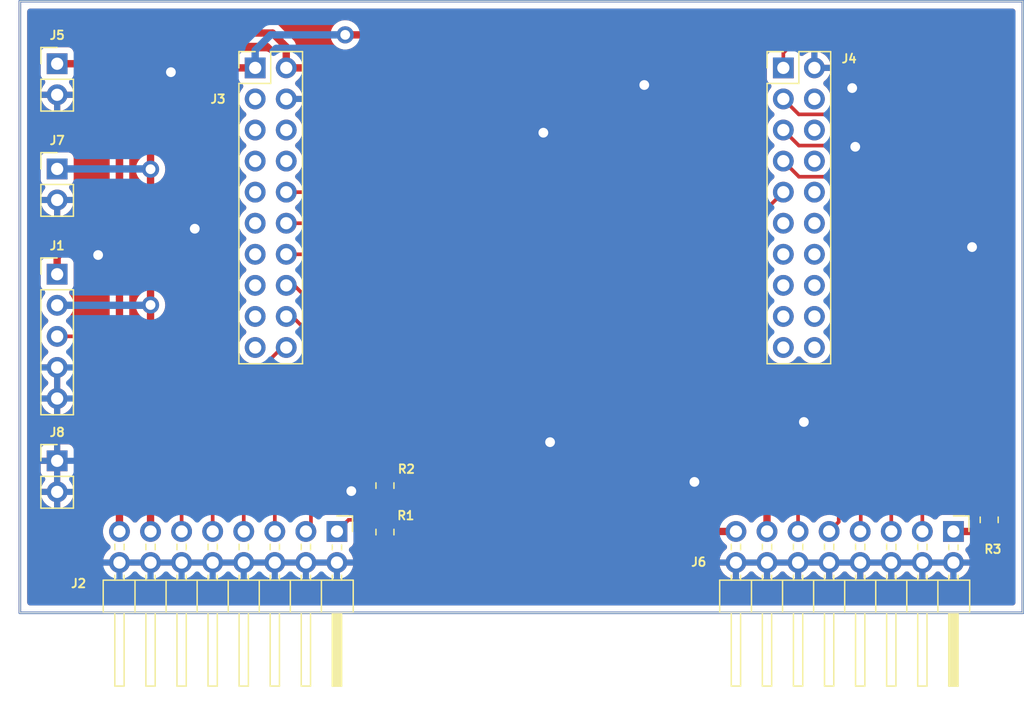
<source format=kicad_pcb>
(kicad_pcb (version 20211014) (generator pcbnew)
  (layers (0 "F.Cu" signal) (31 "B.Cu" signal) (34 "B.Paste" user) (35 "F.Paste" user) (36 "B.SilkS" user "B.Silkscreen") (37 "F.SilkS" user "F.Silkscreen") (38 "B.Mask" user) (39 "F.Mask" user) (44 "Edge.Cuts" user))
  (net 0 "")
  (net 1 "+5V")
  (net 2 "+3V3")
  (net 3 "/Io_sens")
  (net 4 "GND")
  (net 5 "/A0")
  (net 6 "/IL_sens")
  (net 7 "/Vout_buck_sens")
  (net 8 "/Vout_buck")
  (net 9 "/Vin_buck_sens")
  (net 10 "/Vin_sens")
  (net 17 "/IL_avg_sens")
  (net 23 "/PWM_H")
  (net 24 "/PWM_L")
  (net 26 "/Relay1_EN")
  (net 28 "/Relay2_EN")
  (net 30 "/FAULT_EN")
  (net 42 "Net-(J6-Pad1)")
  (footprint "Connector_PinHeader_2.54mm:PinHeader_2x08_P2.54mm_Horizontal" (layer "F.Cu") (at 113.475 67.15 -90)
    (fp_text reference "J6" (at 2.5 20.825 unlocked) (layer "F.SilkS") (effects (font (size 0.7 0.7))))
    (fp_text value "Conn_02x08_Odd_Even")
    (fp_line (start 1.042929 2.16) (end 1.497071 2.16) (layer "F.SilkS") (width 0.12))
    (fp_line (start 12.64 15.62) (end 6.64 15.62) (layer "F.SilkS") (width 0.12))
    (fp_line (start 6.64 0.04) (end 12.64 0.04) (layer "F.SilkS") (width 0.12))
    (fp_line (start 3.582929 15.62) (end 3.98 15.62) (layer "F.SilkS") (width 0.12))
    (fp_line (start 12.64 17.4) (end 12.64 18.16) (layer "F.SilkS") (width 0.12))
    (fp_line (start -1.27 0) (end -1.27 -1.27) (layer "F.SilkS") (width 0.12))
    (fp_line (start 3.98 -1.33) (end 3.98 19.11) (layer "F.SilkS") (width 0.12))
    (fp_line (start 6.64 12.32) (end 12.64 12.32) (layer "F.SilkS") (width 0.12))
    (fp_line (start 1.042929 14.86) (end 1.497071 14.86) (layer "F.SilkS") (width 0.12))
    (fp_line (start 1.042929 4.7) (end 1.497071 4.7) (layer "F.SilkS") (width 0.12))
    (fp_line (start 1.042929 18.16) (end 1.497071 18.16) (layer "F.SilkS") (width 0.12))
    (fp_line (start 12.64 -0.38) (end 12.64 0.38) (layer "F.SilkS") (width 0.12))
    (fp_line (start 6.64 0.16) (end 12.64 0.16) (layer "F.SilkS") (width 0.12))
    (fp_line (start 1.11 0.38) (end 1.497071 0.38) (layer "F.SilkS") (width 0.12))
    (fp_line (start 3.582929 4.7) (end 3.98 4.7) (layer "F.SilkS") (width 0.12))
    (fp_line (start 12.64 7.24) (end 12.64 8) (layer "F.SilkS") (width 0.12))
    (fp_line (start 12.64 10.54) (end 6.64 10.54) (layer "F.SilkS") (width 0.12))
    (fp_line (start 1.042929 13.08) (end 1.497071 13.08) (layer "F.SilkS") (width 0.12))
    (fp_line (start 12.64 18.16) (end 6.64 18.16) (layer "F.SilkS") (width 0.12))
    (fp_line (start 3.582929 10.54) (end 3.98 10.54) (layer "F.SilkS") (width 0.12))
    (fp_line (start 6.64 7.24) (end 12.64 7.24) (layer "F.SilkS") (width 0.12))
    (fp_line (start 12.64 14.86) (end 12.64 15.62) (layer "F.SilkS") (width 0.12))
    (fp_line (start 3.582929 0.38) (end 3.98 0.38) (layer "F.SilkS") (width 0.12))
    (fp_line (start 1.11 -0.38) (end 1.497071 -0.38) (layer "F.SilkS") (width 0.12))
    (fp_line (start 6.64 2.16) (end 12.64 2.16) (layer "F.SilkS") (width 0.12))
    (fp_line (start 6.64 14.86) (end 12.64 14.86) (layer "F.SilkS") (width 0.12))
    (fp_line (start 6.64 0.28) (end 12.64 0.28) (layer "F.SilkS") (width 0.12))
    (fp_line (start 3.582929 2.92) (end 3.98 2.92) (layer "F.SilkS") (width 0.12))
    (fp_line (start 1.042929 2.92) (end 1.497071 2.92) (layer "F.SilkS") (width 0.12))
    (fp_line (start 12.64 13.08) (end 6.64 13.08) (layer "F.SilkS") (width 0.12))
    (fp_line (start 6.64 -1.33) (end 3.98 -1.33) (layer "F.SilkS") (width 0.12))
    (fp_line (start 3.582929 2.16) (end 3.98 2.16) (layer "F.SilkS") (width 0.12))
    (fp_line (start 3.582929 17.4) (end 3.98 17.4) (layer "F.SilkS") (width 0.12))
    (fp_line (start 3.98 3.81) (end 6.64 3.81) (layer "F.SilkS") (width 0.12))
    (fp_line (start 1.042929 5.46) (end 1.497071 5.46) (layer "F.SilkS") (width 0.12))
    (fp_line (start 1.042929 9.78) (end 1.497071 9.78) (layer "F.SilkS") (width 0.12))
    (fp_line (start 3.582929 5.46) (end 3.98 5.46) (layer "F.SilkS") (width 0.12))
    (fp_line (start 12.64 12.32) (end 12.64 13.08) (layer "F.SilkS") (width 0.12))
    (fp_line (start 1.042929 15.62) (end 1.497071 15.62) (layer "F.SilkS") (width 0.12))
    (fp_line (start 12.64 2.92) (end 6.64 2.92) (layer "F.SilkS") (width 0.12))
    (fp_line (start 1.042929 10.54) (end 1.497071 10.54) (layer "F.SilkS") (width 0.12))
    (fp_line (start 3.98 6.35) (end 6.64 6.35) (layer "F.SilkS") (width 0.12))
    (fp_line (start 1.042929 7.24) (end 1.497071 7.24) (layer "F.SilkS") (width 0.12))
    (fp_line (start 3.582929 9.78) (end 3.98 9.78) (layer "F.SilkS") (width 0.12))
    (fp_line (start 3.582929 13.08) (end 3.98 13.08) (layer "F.SilkS") (width 0.12))
    (fp_line (start 3.582929 8) (end 3.98 8) (layer "F.SilkS") (width 0.12))
    (fp_line (start 12.64 8) (end 6.64 8) (layer "F.SilkS") (width 0.12))
    (fp_line (start 12.64 2.16) (end 12.64 2.92) (layer "F.SilkS") (width 0.12))
    (fp_line (start 3.582929 -0.38) (end 3.98 -0.38) (layer "F.SilkS") (width 0.12))
    (fp_line (start 3.98 11.43) (end 6.64 11.43) (layer "F.SilkS") (width 0.12))
    (fp_line (start 3.98 13.97) (end 6.64 13.97) (layer "F.SilkS") (width 0.12))
    (fp_line (start 3.98 1.27) (end 6.64 1.27) (layer "F.SilkS") (width 0.12))
    (fp_line (start 6.64 19.11) (end 6.64 -1.33) (layer "F.SilkS") (width 0.12))
    (fp_line (start 12.64 9.78) (end 12.64 10.54) (layer "F.SilkS") (width 0.12))
    (fp_line (start 6.64 -0.08) (end 12.64 -0.08) (layer "F.SilkS") (width 0.12))
    (fp_line (start 6.64 -0.38) (end 12.64 -0.38) (layer "F.SilkS") (width 0.12))
    (fp_line (start 6.64 17.4) (end 12.64 17.4) (layer "F.SilkS") (width 0.12))
    (fp_line (start 3.582929 14.86) (end 3.98 14.86) (layer "F.SilkS") (width 0.12))
    (fp_line (start -1.27 -1.27) (end 0 -1.27) (layer "F.SilkS") (width 0.12))
    (fp_line (start 12.64 5.46) (end 6.64 5.46) (layer "F.SilkS") (width 0.12))
    (fp_line (start 6.64 -0.2) (end 12.64 -0.2) (layer "F.SilkS") (width 0.12))
    (fp_line (start 1.042929 17.4) (end 1.497071 17.4) (layer "F.SilkS") (width 0.12))
    (fp_line (start 1.042929 12.32) (end 1.497071 12.32) (layer "F.SilkS") (width 0.12))
    (fp_line (start 3.98 19.11) (end 6.64 19.11) (layer "F.SilkS") (width 0.12))
    (fp_line (start 6.64 4.7) (end 12.64 4.7) (layer "F.SilkS") (width 0.12))
    (fp_line (start 3.582929 7.24) (end 3.98 7.24) (layer "F.SilkS") (width 0.12))
    (fp_line (start 12.64 0.38) (end 6.64 0.38) (layer "F.SilkS") (width 0.12))
    (fp_line (start 6.64 9.78) (end 12.64 9.78) (layer "F.SilkS") (width 0.12))
    (fp_line (start 6.64 -0.32) (end 12.64 -0.32) (layer "F.SilkS") (width 0.12))
    (fp_line (start 3.98 8.89) (end 6.64 8.89) (layer "F.SilkS") (width 0.12))
    (fp_line (start 3.582929 18.16) (end 3.98 18.16) (layer "F.SilkS") (width 0.12))
    (fp_line (start 3.582929 12.32) (end 3.98 12.32) (layer "F.SilkS") (width 0.12))
    (fp_line (start 1.042929 8) (end 1.497071 8) (layer "F.SilkS") (width 0.12))
    (fp_line (start 12.64 4.7) (end 12.64 5.46) (layer "F.SilkS") (width 0.12))
    (fp_line (start 3.98 16.51) (end 6.64 16.51) (layer "F.SilkS") (width 0.12))
    (pad "1" thru_hole rect (at 0 0 270) (size 1.7 1.7) (drill 1) (layers *.Cu *.Mask) (net 42 "Net-(J6-Pad1)"))
    (pad "2" thru_hole oval (at 2.54 0 270) (size 1.7 1.7) (drill 1) (layers *.Cu *.Mask) (net 4 "GND"))
    (pad "3" thru_hole oval (at 0 2.54 270) (size 1.7 1.7) (drill 1) (layers *.Cu *.Mask) (net 23 "/PWM_H"))
    (pad "4" thru_hole oval (at 2.54 2.54 270) (size 1.7 1.7) (drill 1) (layers *.Cu *.Mask) (net 4 "GND"))
    (pad "5" thru_hole oval (at 0 5.08 270) (size 1.7 1.7) (drill 1) (layers *.Cu *.Mask) (net 24 "/PWM_L"))
    (pad "6" thru_hole oval (at 2.54 5.08 270) (size 1.7 1.7) (drill 1) (layers *.Cu *.Mask) (net 4 "GND"))
    (pad "7" thru_hole oval (at 0 7.62 270) (size 1.7 1.7) (drill 1) (layers *.Cu *.Mask) (net 26 "/Relay1_EN"))
    (pad "8" thru_hole oval (at 2.54 7.62 270) (size 1.7 1.7) (drill 1) (layers *.Cu *.Mask) (net 4 "GND"))
    (pad "9" thru_hole oval (at 0 10.16 270) (size 1.7 1.7) (drill 1) (layers *.Cu *.Mask) (net 28 "/Relay2_EN"))
    (pad "10" thru_hole oval (at 2.54 10.16 270) (size 1.7 1.7) (drill 1) (layers *.Cu *.Mask) (net 4 "GND"))
    (pad "11" thru_hole oval (at 0 12.7 270) (size 1.7 1.7) (drill 1) (layers *.Cu *.Mask) (net 30 "/FAULT_EN"))
    (pad "12" thru_hole oval (at 2.54 12.7 270) (size 1.7 1.7) (drill 1) (layers *.Cu *.Mask) (net 4 "GND"))
    (pad "13" thru_hole oval (at 0 15.24 270) (size 1.7 1.7) (drill 1) (layers *.Cu *.Mask) (net 2 "+3V3"))
    (pad "14" thru_hole oval (at 2.54 15.24 270) (size 1.7 1.7) (drill 1) (layers *.Cu *.Mask) (net 4 "GND"))
    (pad "15" thru_hole oval (at 0 17.78 270) (size 1.7 1.7) (drill 1) (layers *.Cu *.Mask) (net 1 "+5V"))
    (pad "16" thru_hole oval (at 2.54 17.78 270) (size 1.7 1.7) (drill 1) (layers *.Cu *.Mask) (net 4 "GND"))
  )
  (footprint "Connector_PinHeader_2.54mm:PinHeader_1x05_P2.54mm_Vertical" (layer "F.Cu") (at 40.2 46.12)
    (fp_text reference "J1" (at 0 -2.33 unlocked) (layer "F.SilkS") (effects (font (size 0.7 0.7))))
    (fp_text value "Conn_01x05")
    (fp_line (start -1.33 11.49) (end 1.33 11.49) (layer "F.SilkS") (width 0.12))
    (fp_line (start -1.33 1.27) (end 1.33 1.27) (layer "F.SilkS") (width 0.12))
    (fp_line (start 1.33 1.27) (end 1.33 11.49) (layer "F.SilkS") (width 0.12))
    (fp_line (start -1.33 1.27) (end -1.33 11.49) (layer "F.SilkS") (width 0.12))
    (fp_line (start -1.33 0) (end -1.33 -1.33) (layer "F.SilkS") (width 0.12))
    (fp_line (start -1.33 -1.33) (end 0 -1.33) (layer "F.SilkS") (width 0.12))
    (pad "1" thru_hole rect (at 0 0) (size 1.7 1.7) (drill 1) (layers *.Cu *.Mask) (net 1 "+5V"))
    (pad "2" thru_hole oval (at 0 2.54) (size 1.7 1.7) (drill 1) (layers *.Cu *.Mask) (net 2 "+3V3"))
    (pad "3" thru_hole oval (at 0 5.08) (size 1.7 1.7) (drill 1) (layers *.Cu *.Mask) (net 3 "/Io_sens"))
    (pad "4" thru_hole oval (at 0 7.62) (size 1.7 1.7) (drill 1) (layers *.Cu *.Mask) (net 4 "GND"))
    (pad "5" thru_hole oval (at 0 10.16) (size 1.7 1.7) (drill 1) (layers *.Cu *.Mask) (net 4 "GND"))
  )
  (footprint "Connector_PinHeader_2.54mm:PinHeader_2x10_P2.54mm_Vertical" (layer "F.Cu") (at 99.57 29.25)
    (fp_text reference "J4" (at 5.38 -0.75 unlocked) (layer "F.SilkS") (effects (font (size 0.7 0.7))))
    (fp_text value "Conn_02x10_Odd_Even")
    (fp_line (start 3.87 -1.33) (end 3.87 24.19) (layer "F.SilkS") (width 0.12))
    (fp_line (start -1.33 1.27) (end 1.27 1.27) (layer "F.SilkS") (width 0.12))
    (fp_line (start 1.27 -1.33) (end 3.87 -1.33) (layer "F.SilkS") (width 0.12))
    (fp_line (start -1.33 0) (end -1.33 -1.33) (layer "F.SilkS") (width 0.12))
    (fp_line (start -1.33 -1.33) (end 0 -1.33) (layer "F.SilkS") (width 0.12))
    (fp_line (start -1.33 1.27) (end -1.33 24.19) (layer "F.SilkS") (width 0.12))
    (fp_line (start 1.27 1.27) (end 1.27 -1.33) (layer "F.SilkS") (width 0.12))
    (fp_line (start -1.33 24.19) (end 3.87 24.19) (layer "F.SilkS") (width 0.12))
    (pad "1" thru_hole rect (at 0 0) (size 1.7 1.7) (drill 1) (layers *.Cu *.Mask) (net 23 "/PWM_H"))
    (pad "2" thru_hole oval (at 2.54 0) (size 1.7 1.7) (drill 1) (layers *.Cu *.Mask) (net 4 "GND"))
    (pad "3" thru_hole oval (at 0 2.54) (size 1.7 1.7) (drill 1) (layers *.Cu *.Mask) (net 24 "/PWM_L"))
    (pad "4" thru_hole oval (at 2.54 2.54) (size 1.7 1.7) (drill 1) (layers *.Cu *.Mask))
    (pad "5" thru_hole oval (at 0 5.08) (size 1.7 1.7) (drill 1) (layers *.Cu *.Mask) (net 26 "/Relay1_EN"))
    (pad "6" thru_hole oval (at 2.54 5.08) (size 1.7 1.7) (drill 1) (layers *.Cu *.Mask))
    (pad "7" thru_hole oval (at 0 7.62) (size 1.7 1.7) (drill 1) (layers *.Cu *.Mask) (net 28 "/Relay2_EN"))
    (pad "8" thru_hole oval (at 2.54 7.62) (size 1.7 1.7) (drill 1) (layers *.Cu *.Mask))
    (pad "9" thru_hole oval (at 0 10.16) (size 1.7 1.7) (drill 1) (layers *.Cu *.Mask) (net 30 "/FAULT_EN"))
    (pad "10" thru_hole oval (at 2.54 10.16) (size 1.7 1.7) (drill 1) (layers *.Cu *.Mask))
    (pad "11" thru_hole oval (at 0 12.7) (size 1.7 1.7) (drill 1) (layers *.Cu *.Mask))
    (pad "12" thru_hole oval (at 2.54 12.7) (size 1.7 1.7) (drill 1) (layers *.Cu *.Mask))
    (pad "13" thru_hole oval (at 0 15.24) (size 1.7 1.7) (drill 1) (layers *.Cu *.Mask))
    (pad "14" thru_hole oval (at 2.54 15.24) (size 1.7 1.7) (drill 1) (layers *.Cu *.Mask))
    (pad "15" thru_hole oval (at 0 17.78) (size 1.7 1.7) (drill 1) (layers *.Cu *.Mask))
    (pad "16" thru_hole oval (at 2.54 17.78) (size 1.7 1.7) (drill 1) (layers *.Cu *.Mask))
    (pad "17" thru_hole oval (at 0 20.32) (size 1.7 1.7) (drill 1) (layers *.Cu *.Mask))
    (pad "18" thru_hole oval (at 2.54 20.32) (size 1.7 1.7) (drill 1) (layers *.Cu *.Mask))
    (pad "19" thru_hole oval (at 0 22.86) (size 1.7 1.7) (drill 1) (layers *.Cu *.Mask))
    (pad "20" thru_hole oval (at 2.54 22.86) (size 1.7 1.7) (drill 1) (layers *.Cu *.Mask))
  )
  (footprint "Resistor_SMD:R_0805_2012Metric_Pad1.20x1.40mm_HandSolder" (layer "F.Cu") (at 67 63.4 90)
    (fp_text reference "R2" (at 1.35 1.75 unlocked) (layer "F.SilkS") (effects (font (size 0.7 0.7))))
    (fp_text value "DNP")
    (fp_line (start -0.227064 0.735) (end 0.227064 0.735) (layer "F.SilkS") (width 0.12))
    (fp_line (start -0.227064 -0.735) (end 0.227064 -0.735) (layer "F.SilkS") (width 0.12))
    (pad "1" smd roundrect (at -1 0 90) (size 1.2 1.4) (layers "F.Cu" "F.Paste" "F.Mask") (roundrect_rratio 0.2083333333) (net 5 "/A0"))
    (pad "2" smd roundrect (at 1 0 90) (size 1.2 1.4) (layers "F.Cu" "F.Paste" "F.Mask") (roundrect_rratio 0.2083333333) (net 17 "/IL_avg_sens"))
  )
  (footprint "Connector_PinHeader_2.54mm:PinHeader_1x02_P2.54mm_Vertical" (layer "F.Cu") (at 40.2 61.375)
    (fp_text reference "J8" (at 0 -2.33 unlocked) (layer "F.SilkS") (effects (font (size 0.7 0.7))))
    (fp_text value "Conn_01x02")
    (fp_line (start -1.33 1.27) (end 1.33 1.27) (layer "F.SilkS") (width 0.12))
    (fp_line (start -1.33 1.27) (end -1.33 3.87) (layer "F.SilkS") (width 0.12))
    (fp_line (start 1.33 1.27) (end 1.33 3.87) (layer "F.SilkS") (width 0.12))
    (fp_line (start -1.33 3.87) (end 1.33 3.87) (layer "F.SilkS") (width 0.12))
    (fp_line (start -1.33 0) (end -1.33 -1.33) (layer "F.SilkS") (width 0.12))
    (fp_line (start -1.33 -1.33) (end 0 -1.33) (layer "F.SilkS") (width 0.12))
    (pad "1" thru_hole rect (at 0 0) (size 1.7 1.7) (drill 1) (layers *.Cu *.Mask) (net 4 "GND"))
    (pad "2" thru_hole oval (at 0 2.54) (size 1.7 1.7) (drill 1) (layers *.Cu *.Mask) (net 4 "GND"))
  )
  (footprint "Resistor_SMD:R_0805_2012Metric_Pad1.20x1.40mm_HandSolder" (layer "F.Cu") (at 116.4 66.2 -90)
    (fp_text reference "R3" (at 2.4 -0.3 unlocked) (layer "F.SilkS") (effects (font (size 0.7 0.7))))
    (fp_text value "DNP")
    (fp_line (start -0.227064 0.735) (end 0.227064 0.735) (layer "F.SilkS") (width 0.12))
    (fp_line (start -0.227064 -0.735) (end 0.227064 -0.735) (layer "F.SilkS") (width 0.12))
    (pad "1" smd roundrect (at -1 0 270) (size 1.2 1.4) (layers "F.Cu" "F.Paste" "F.Mask") (roundrect_rratio 0.2083333333) (net 4 "GND"))
    (pad "2" smd roundrect (at 1 0 270) (size 1.2 1.4) (layers "F.Cu" "F.Paste" "F.Mask") (roundrect_rratio 0.2083333333) (net 42 "Net-(J6-Pad1)"))
  )
  (footprint "Connector_PinHeader_2.54mm:PinHeader_1x02_P2.54mm_Vertical" (layer "F.Cu") (at 40.2 28.91)
    (fp_text reference "J5" (at 0 -2.33 unlocked) (layer "F.SilkS") (effects (font (size 0.7 0.7))))
    (fp_text value "Conn_01x02")
    (fp_line (start -1.33 0) (end -1.33 -1.33) (layer "F.SilkS") (width 0.12))
    (fp_line (start -1.33 1.27) (end -1.33 3.87) (layer "F.SilkS") (width 0.12))
    (fp_line (start -1.33 3.87) (end 1.33 3.87) (layer "F.SilkS") (width 0.12))
    (fp_line (start -1.33 -1.33) (end 0 -1.33) (layer "F.SilkS") (width 0.12))
    (fp_line (start -1.33 1.27) (end 1.33 1.27) (layer "F.SilkS") (width 0.12))
    (fp_line (start 1.33 1.27) (end 1.33 3.87) (layer "F.SilkS") (width 0.12))
    (pad "1" thru_hole rect (at 0 0) (size 1.7 1.7) (drill 1) (layers *.Cu *.Mask) (net 1 "+5V"))
    (pad "2" thru_hole oval (at 0 2.54) (size 1.7 1.7) (drill 1) (layers *.Cu *.Mask) (net 4 "GND"))
  )
  (footprint "Resistor_SMD:R_0805_2012Metric_Pad1.20x1.40mm_HandSolder" (layer "F.Cu") (at 67 67.2 -90)
    (fp_text reference "R1" (at -1.35 -1.7 unlocked) (layer "F.SilkS") (effects (font (size 0.7 0.7))))
    (fp_text value "0R")
    (fp_line (start -0.227064 -0.735) (end 0.227064 -0.735) (layer "F.SilkS") (width 0.12))
    (fp_line (start -0.227064 0.735) (end 0.227064 0.735) (layer "F.SilkS") (width 0.12))
    (pad "1" smd roundrect (at -1 0 270) (size 1.2 1.4) (layers "F.Cu" "F.Paste" "F.Mask") (roundrect_rratio 0.2083333333) (net 5 "/A0"))
    (pad "2" smd roundrect (at 1 0 270) (size 1.2 1.4) (layers "F.Cu" "F.Paste" "F.Mask") (roundrect_rratio 0.2083333333) (net 3 "/Io_sens"))
  )
  (footprint "Connector_PinHeader_2.54mm:PinHeader_1x02_P2.54mm_Vertical" (layer "F.Cu") (at 40.2 37.51)
    (fp_text reference "J7" (at 0 -2.33 unlocked) (layer "F.SilkS") (effects (font (size 0.7 0.7))))
    (fp_text value "Conn_01x02")
    (fp_line (start -1.33 0) (end -1.33 -1.33) (layer "F.SilkS") (width 0.12))
    (fp_line (start -1.33 3.87) (end 1.33 3.87) (layer "F.SilkS") (width 0.12))
    (fp_line (start -1.33 1.27) (end 1.33 1.27) (layer "F.SilkS") (width 0.12))
    (fp_line (start -1.33 1.27) (end -1.33 3.87) (layer "F.SilkS") (width 0.12))
    (fp_line (start -1.33 -1.33) (end 0 -1.33) (layer "F.SilkS") (width 0.12))
    (fp_line (start 1.33 1.27) (end 1.33 3.87) (layer "F.SilkS") (width 0.12))
    (pad "1" thru_hole rect (at 0 0) (size 1.7 1.7) (drill 1) (layers *.Cu *.Mask) (net 2 "+3V3"))
    (pad "2" thru_hole oval (at 0 2.54) (size 1.7 1.7) (drill 1) (layers *.Cu *.Mask) (net 4 "GND"))
  )
  (footprint "Connector_PinHeader_2.54mm:PinHeader_2x10_P2.54mm_Vertical" (layer "F.Cu") (at 56.39 29.25)
    (fp_text reference "J3" (at -3.04 2.55 unlocked) (layer "F.SilkS") (effects (font (size 0.7 0.7))))
    (fp_text value "Conn_02x10_Odd_Even")
    (fp_line (start -1.33 24.19) (end 3.87 24.19) (layer "F.SilkS") (width 0.12))
    (fp_line (start 3.87 -1.33) (end 3.87 24.19) (layer "F.SilkS") (width 0.12))
    (fp_line (start -1.33 -1.33) (end 0 -1.33) (layer "F.SilkS") (width 0.12))
    (fp_line (start -1.33 1.27) (end 1.27 1.27) (layer "F.SilkS") (width 0.12))
    (fp_line (start -1.33 0) (end -1.33 -1.33) (layer "F.SilkS") (width 0.12))
    (fp_line (start -1.33 1.27) (end -1.33 24.19) (layer "F.SilkS") (width 0.12))
    (fp_line (start 1.27 1.27) (end 1.27 -1.33) (layer "F.SilkS") (width 0.12))
    (fp_line (start 1.27 -1.33) (end 3.87 -1.33) (layer "F.SilkS") (width 0.12))
    (pad "1" thru_hole rect (at 0 0) (size 1.7 1.7) (drill 1) (layers *.Cu *.Mask) (net 2 "+3V3"))
    (pad "2" thru_hole oval (at 2.54 0) (size 1.7 1.7) (drill 1) (layers *.Cu *.Mask) (net 1 "+5V"))
    (pad "3" thru_hole oval (at 0 2.54) (size 1.7 1.7) (drill 1) (layers *.Cu *.Mask))
    (pad "4" thru_hole oval (at 2.54 2.54) (size 1.7 1.7) (drill 1) (layers *.Cu *.Mask) (net 4 "GND"))
    (pad "5" thru_hole oval (at 0 5.08) (size 1.7 1.7) (drill 1) (layers *.Cu *.Mask))
    (pad "6" thru_hole oval (at 2.54 5.08) (size 1.7 1.7) (drill 1) (layers *.Cu *.Mask))
    (pad "7" thru_hole oval (at 0 7.62) (size 1.7 1.7) (drill 1) (layers *.Cu *.Mask))
    (pad "8" thru_hole oval (at 2.54 7.62) (size 1.7 1.7) (drill 1) (layers *.Cu *.Mask))
    (pad "9" thru_hole oval (at 0 10.16) (size 1.7 1.7) (drill 1) (layers *.Cu *.Mask))
    (pad "10" thru_hole oval (at 2.54 10.16) (size 1.7 1.7) (drill 1) (layers *.Cu *.Mask) (net 17 "/IL_avg_sens"))
    (pad "11" thru_hole oval (at 0 12.7) (size 1.7 1.7) (drill 1) (layers *.Cu *.Mask))
    (pad "12" thru_hole oval (at 2.54 12.7) (size 1.7 1.7) (drill 1) (layers *.Cu *.Mask) (net 6 "/IL_sens"))
    (pad "13" thru_hole oval (at 0 15.24) (size 1.7 1.7) (drill 1) (layers *.Cu *.Mask))
    (pad "14" thru_hole oval (at 2.54 15.24) (size 1.7 1.7) (drill 1) (layers *.Cu *.Mask) (net 7 "/Vout_buck_sens"))
    (pad "15" thru_hole oval (at 0 17.78) (size 1.7 1.7) (drill 1) (layers *.Cu *.Mask))
    (pad "16" thru_hole oval (at 2.54 17.78) (size 1.7 1.7) (drill 1) (layers *.Cu *.Mask) (net 8 "/Vout_buck"))
    (pad "17" thru_hole oval (at 0 20.32) (size 1.7 1.7) (drill 1) (layers *.Cu *.Mask))
    (pad "18" thru_hole oval (at 2.54 20.32) (size 1.7 1.7) (drill 1) (layers *.Cu *.Mask) (net 9 "/Vin_buck_sens"))
    (pad "19" thru_hole oval (at 0 22.86) (size 1.7 1.7) (drill 1) (layers *.Cu *.Mask))
    (pad "20" thru_hole oval (at 2.54 22.86) (size 1.7 1.7) (drill 1) (layers *.Cu *.Mask) (net 10 "/Vin_sens"))
  )
  (footprint "Connector_PinHeader_2.54mm:PinHeader_2x08_P2.54mm_Horizontal" (layer "F.Cu") (at 63.075 67.15 -90)
    (fp_text reference "J2" (at 4.25 21.125 unlocked) (layer "F.SilkS") (effects (font (size 0.7 0.7))))
    (fp_text value "Conn_02x08_Odd_Even")
    (fp_line (start 6.64 14.86) (end 12.64 14.86) (layer "F.SilkS") (width 0.12))
    (fp_line (start 3.98 6.35) (end 6.64 6.35) (layer "F.SilkS") (width 0.12))
    (fp_line (start 3.582929 18.16) (end 3.98 18.16) (layer "F.SilkS") (width 0.12))
    (fp_line (start 6.64 -0.08) (end 12.64 -0.08) (layer "F.SilkS") (width 0.12))
    (fp_line (start 1.11 -0.38) (end 1.497071 -0.38) (layer "F.SilkS") (width 0.12))
    (fp_line (start 6.64 19.11) (end 6.64 -1.33) (layer "F.SilkS") (width 0.12))
    (fp_line (start 3.582929 17.4) (end 3.98 17.4) (layer "F.SilkS") (width 0.12))
    (fp_line (start 6.64 0.16) (end 12.64 0.16) (layer "F.SilkS") (width 0.12))
    (fp_line (start 3.582929 8) (end 3.98 8) (layer "F.SilkS") (width 0.12))
    (fp_line (start 6.64 9.78) (end 12.64 9.78) (layer "F.SilkS") (width 0.12))
    (fp_line (start 1.042929 15.62) (end 1.497071 15.62) (layer "F.SilkS") (width 0.12))
    (fp_line (start 3.98 1.27) (end 6.64 1.27) (layer "F.SilkS") (width 0.12))
    (fp_line (start 3.582929 10.54) (end 3.98 10.54) (layer "F.SilkS") (width 0.12))
    (fp_line (start 3.582929 12.32) (end 3.98 12.32) (layer "F.SilkS") (width 0.12))
    (fp_line (start 3.582929 2.16) (end 3.98 2.16) (layer "F.SilkS") (width 0.12))
    (fp_line (start 12.64 18.16) (end 6.64 18.16) (layer "F.SilkS") (width 0.12))
    (fp_line (start 12.64 13.08) (end 6.64 13.08) (layer "F.SilkS") (width 0.12))
    (fp_line (start 12.64 8) (end 6.64 8) (layer "F.SilkS") (width 0.12))
    (fp_line (start 12.64 5.46) (end 6.64 5.46) (layer "F.SilkS") (width 0.12))
    (fp_line (start 3.98 11.43) (end 6.64 11.43) (layer "F.SilkS") (width 0.12))
    (fp_line (start 6.64 -1.33) (end 3.98 -1.33) (layer "F.SilkS") (width 0.12))
    (fp_line (start 1.11 0.38) (end 1.497071 0.38) (layer "F.SilkS") (width 0.12))
    (fp_line (start 1.042929 8) (end 1.497071 8) (layer "F.SilkS") (width 0.12))
    (fp_line (start 3.582929 0.38) (end 3.98 0.38) (layer "F.SilkS") (width 0.12))
    (fp_line (start 1.042929 13.08) (end 1.497071 13.08) (layer "F.SilkS") (width 0.12))
    (fp_line (start 3.582929 13.08) (end 3.98 13.08) (layer "F.SilkS") (width 0.12))
    (fp_line (start 3.582929 15.62) (end 3.98 15.62) (layer "F.SilkS") (width 0.12))
    (fp_line (start 6.64 17.4) (end 12.64 17.4) (layer "F.SilkS") (width 0.12))
    (fp_line (start -1.27 0) (end -1.27 -1.27) (layer "F.SilkS") (width 0.12))
    (fp_line (start 12.64 -0.38) (end 12.64 0.38) (layer "F.SilkS") (width 0.12))
    (fp_line (start 3.582929 4.7) (end 3.98 4.7) (layer "F.SilkS") (width 0.12))
    (fp_line (start 12.64 12.32) (end 12.64 13.08) (layer "F.SilkS") (width 0.12))
    (fp_line (start 1.042929 12.32) (end 1.497071 12.32) (layer "F.SilkS") (width 0.12))
    (fp_line (start 1.042929 2.16) (end 1.497071 2.16) (layer "F.SilkS") (width 0.12))
    (fp_line (start 1.042929 9.78) (end 1.497071 9.78) (layer "F.SilkS") (width 0.12))
    (fp_line (start 12.64 0.38) (end 6.64 0.38) (layer "F.SilkS") (width 0.12))
    (fp_line (start 12.64 2.16) (end 12.64 2.92) (layer "F.SilkS") (width 0.12))
    (fp_line (start 6.64 -0.2) (end 12.64 -0.2) (layer "F.SilkS") (width 0.12))
    (fp_line (start -1.27 -1.27) (end 0 -1.27) (layer "F.SilkS") (width 0.12))
    (fp_line (start 1.042929 5.46) (end 1.497071 5.46) (layer "F.SilkS") (width 0.12))
    (fp_line (start 12.64 2.92) (end 6.64 2.92) (layer "F.SilkS") (width 0.12))
    (fp_line (start 3.98 8.89) (end 6.64 8.89) (layer "F.SilkS") (width 0.12))
    (fp_line (start 12.64 15.62) (end 6.64 15.62) (layer "F.SilkS") (width 0.12))
    (fp_line (start 6.64 2.16) (end 12.64 2.16) (layer "F.SilkS") (width 0.12))
    (fp_line (start 3.582929 14.86) (end 3.98 14.86) (layer "F.SilkS") (width 0.12))
    (fp_line (start 12.64 14.86) (end 12.64 15.62) (layer "F.SilkS") (width 0.12))
    (fp_line (start 3.582929 -0.38) (end 3.98 -0.38) (layer "F.SilkS") (width 0.12))
    (fp_line (start 12.64 4.7) (end 12.64 5.46) (layer "F.SilkS") (width 0.12))
    (fp_line (start 6.64 4.7) (end 12.64 4.7) (layer "F.SilkS") (width 0.12))
    (fp_line (start 12.64 7.24) (end 12.64 8) (layer "F.SilkS") (width 0.12))
    (fp_line (start 6.64 0.28) (end 12.64 0.28) (layer "F.SilkS") (width 0.12))
    (fp_line (start 6.64 0.04) (end 12.64 0.04) (layer "F.SilkS") (width 0.12))
    (fp_line (start 3.98 16.51) (end 6.64 16.51) (layer "F.SilkS") (width 0.12))
    (fp_line (start 12.64 9.78) (end 12.64 10.54) (layer "F.SilkS") (width 0.12))
    (fp_line (start 1.042929 14.86) (end 1.497071 14.86) (layer "F.SilkS") (width 0.12))
    (fp_line (start 3.98 -1.33) (end 3.98 19.11) (layer "F.SilkS") (width 0.12))
    (fp_line (start 3.582929 2.92) (end 3.98 2.92) (layer "F.SilkS") (width 0.12))
    (fp_line (start 1.042929 2.92) (end 1.497071 2.92) (layer "F.SilkS") (width 0.12))
    (fp_line (start 3.98 13.97) (end 6.64 13.97) (layer "F.SilkS") (width 0.12))
    (fp_line (start 12.64 17.4) (end 12.64 18.16) (layer "F.SilkS") (width 0.12))
    (fp_line (start 12.64 10.54) (end 6.64 10.54) (layer "F.SilkS") (width 0.12))
    (fp_line (start 3.582929 9.78) (end 3.98 9.78) (layer "F.SilkS") (width 0.12))
    (fp_line (start 1.042929 18.16) (end 1.497071 18.16) (layer "F.SilkS") (width 0.12))
    (fp_line (start 3.98 19.11) (end 6.64 19.11) (layer "F.SilkS") (width 0.12))
    (fp_line (start 1.042929 7.24) (end 1.497071 7.24) (layer "F.SilkS") (width 0.12))
    (fp_line (start 3.98 3.81) (end 6.64 3.81) (layer "F.SilkS") (width 0.12))
    (fp_line (start 6.64 -0.38) (end 12.64 -0.38) (layer "F.SilkS") (width 0.12))
    (fp_line (start 6.64 7.24) (end 12.64 7.24) (layer "F.SilkS") (width 0.12))
    (fp_line (start 3.582929 7.24) (end 3.98 7.24) (layer "F.SilkS") (width 0.12))
    (fp_line (start 3.582929 5.46) (end 3.98 5.46) (layer "F.SilkS") (width 0.12))
    (fp_line (start 6.64 12.32) (end 12.64 12.32) (layer "F.SilkS") (width 0.12))
    (fp_line (start 1.042929 4.7) (end 1.497071 4.7) (layer "F.SilkS") (width 0.12))
    (fp_line (start 1.042929 17.4) (end 1.497071 17.4) (layer "F.SilkS") (width 0.12))
    (fp_line (start 1.042929 10.54) (end 1.497071 10.54) (layer "F.SilkS") (width 0.12))
    (fp_line (start 6.64 -0.32) (end 12.64 -0.32) (layer "F.SilkS") (width 0.12))
    (pad "1" thru_hole rect (at 0 0 270) (size 1.7 1.7) (drill 1) (layers *.Cu *.Mask) (net 5 "/A0"))
    (pad "2" thru_hole oval (at 2.54 0 270) (size 1.7 1.7) (drill 1) (layers *.Cu *.Mask) (net 4 "GND"))
    (pad "3" thru_hole oval (at 0 2.54 270) (size 1.7 1.7) (drill 1) (layers *.Cu *.Mask) (net 6 "/IL_sens"))
    (pad "4" thru_hole oval (at 2.54 2.54 270) (size 1.7 1.7) (drill 1) (layers *.Cu *.Mask) (net 4 "GND"))
    (pad "5" thru_hole oval (at 0 5.08 270) (size 1.7 1.7) (drill 1) (layers *.Cu *.Mask) (net 7 "/Vout_buck_sens"))
    (pad "6" thru_hole oval (at 2.54 5.08 270) (size 1.7 1.7) (drill 1) (layers *.Cu *.Mask) (net 4 "GND"))
    (pad "7" thru_hole oval (at 0 7.62 270) (size 1.7 1.7) (drill 1) (layers *.Cu *.Mask) (net 8 "/Vout_buck"))
    (pad "8" thru_hole oval (at 2.54 7.62 270) (size 1.7 1.7) (drill 1) (layers *.Cu *.Mask) (net 4 "GND"))
    (pad "9" thru_hole oval (at 0 10.16 270) (size 1.7 1.7) (drill 1) (layers *.Cu *.Mask) (net 9 "/Vin_buck_sens"))
    (pad "10" thru_hole oval (at 2.54 10.16 270) (size 1.7 1.7) (drill 1) (layers *.Cu *.Mask) (net 4 "GND"))
    (pad "11" thru_hole oval (at 0 12.7 270) (size 1.7 1.7) (drill 1) (layers *.Cu *.Mask) (net 10 "/Vin_sens"))
    (pad "12" thru_hole oval (at 2.54 12.7 270) (size 1.7 1.7) (drill 1) (layers *.Cu *.Mask) (net 4 "GND"))
    (pad "13" thru_hole oval (at 0 15.24 270) (size 1.7 1.7) (drill 1) (layers *.Cu *.Mask) (net 2 "+3V3"))
    (pad "14" thru_hole oval (at 2.54 15.24 270) (size 1.7 1.7) (drill 1) (layers *.Cu *.Mask) (net 4 "GND"))
    (pad "15" thru_hole oval (at 0 17.78 270) (size 1.7 1.7) (drill 1) (layers *.Cu *.Mask) (net 1 "+5V"))
    (pad "16" thru_hole oval (at 2.54 17.78 270) (size 1.7 1.7) (drill 1) (layers *.Cu *.Mask) (net 4 "GND"))
  )
  (gr_line (start 37.15 23.8) (end 119.15 23.8) (layer "F.Cu") (width 0.2))
  (gr_line (start 119.15 73.8) (end 37.15 73.8) (layer "F.Cu") (width 0.2))
  (gr_line (start 119.15 23.8) (end 119.15 73.8) (layer "F.Cu") (width 0.2))
  (gr_line (start 37.15 73.8) (end 37.15 23.8) (layer "F.Cu") (width 0.2))
  (gr_line (start 37.15 23.8) (end 119.15 23.8) (layer "B.Cu") (width 0.2))
  (gr_line (start 119.15 73.8) (end 37.15 73.8) (layer "B.Cu") (width 0.2))
  (gr_line (start 37.15 73.8) (end 37.15 23.8) (layer "B.Cu") (width 0.2))
  (gr_line (start 119.15 23.8) (end 119.15 73.8) (layer "B.Cu") (width 0.2))
  (gr_rect (start 37.15 23.8) (end 119.15 73.8) (layer "Edge.Cuts") (width 0.1) (fill none))
  (segment (start 40.2 28.91) (end 47.54 28.91) (width 0.6) (layer "F.Cu") (net 1))
  (segment (start 49.05 27.4) (end 45.295 31.155) (width 0.6) (layer "F.Cu") (net 1))
  (segment (start 88.15 62.9) (end 92.4 67.15) (width 0.6) (layer "F.Cu") (net 1))
  (segment (start 40.2 44.7) (end 45.295 39.605) (width 0.6) (layer "F.Cu") (net 1))
  (segment (start 82.8 29.25) (end 88.15 34.6) (width 0.6) (layer "F.Cu") (net 1))
  (segment (start 57.8 26.4) (end 50.05 26.4) (width 0.6) (layer "F.Cu") (net 1))
  (segment (start 88.15 34.6) (end 88.15 62.9) (width 0.6) (layer "F.Cu") (net 1))
  (segment (start 58.93 29.25) (end 82.8 29.25) (width 0.6) (layer "F.Cu") (net 1))
  (segment (start 45.295 39.605) (end 45.295 33.705) (width 0.6) (layer "F.Cu") (net 1))
  (segment (start 47.54 28.91) (end 49.05 27.4) (width 0.6) (layer "F.Cu") (net 1))
  (segment (start 58.93 27.53) (end 57.8 26.4) (width 0.6) (layer "F.Cu") (net 1))
  (segment (start 58.93 29.25) (end 58.93 27.53) (width 0.6) (layer "F.Cu") (net 1))
  (segment (start 50.05 26.4) (end 49.05 27.4) (width 0.6) (layer "F.Cu") (net 1))
  (segment (start 45.295 33.705) (end 45.295 67.15) (width 0.6) (layer "F.Cu") (net 1))
  (segment (start 40.2 46.12) (end 40.2 44.7) (width 0.6) (layer "F.Cu") (net 1))
  (segment (start 92.4 67.15) (end 95.695 67.15) (width 0.6) (layer "F.Cu") (net 1))
  (segment (start 45.295 31.155) (end 45.295 33.705) (width 0.6) (layer "F.Cu") (net 1))
  (segment (start 47.835 48.635) (end 47.835 67.15) (width 0.6) (layer "F.Cu") (net 2))
  (segment (start 53.35 29.25) (end 47.835 34.765) (width 0.6) (layer "F.Cu") (net 2))
  (segment (start 63.75 26.55) (end 88.3 26.55) (width 0.6) (layer "F.Cu") (net 2))
  (segment (start 88.3 26.55) (end 93.6 31.85) (width 0.6) (layer "F.Cu") (net 2))
  (segment (start 93.6 31.85) (end 93.6 60.65) (width 0.6) (layer "F.Cu") (net 2))
  (segment (start 47.835 34.765) (end 47.835 37.535) (width 0.6) (layer "F.Cu") (net 2))
  (segment (start 56.39 29.25) (end 53.35 29.25) (width 0.6) (layer "F.Cu") (net 2))
  (segment (start 93.6 60.65) (end 98.235 65.285) (width 0.6) (layer "F.Cu") (net 2))
  (segment (start 47.835 37.535) (end 47.835 48.635) (width 0.6) (layer "F.Cu") (net 2))
  (segment (start 98.235 65.285) (end 98.235 67.15) (width 0.6) (layer "F.Cu") (net 2))
  (via (at 47.835 48.635) (size 1.4) (drill 0.8) (layers "F.Cu" "B.Cu") (net 2))
  (via (at 63.75 26.55) (size 1.4) (drill 0.8) (layers "F.Cu" "B.Cu") (net 2))
  (via (at 47.835 37.535) (size 1.4) (drill 0.8) (layers "F.Cu" "B.Cu") (net 2))
  (segment (start 47.81 37.51) (end 47.835 37.535) (width 0.6) (layer "B.Cu") (net 2))
  (segment (start 47.81 48.66) (end 47.835 48.635) (width 0.6) (layer "B.Cu") (net 2))
  (segment (start 40.2 37.51) (end 47.81 37.51) (width 0.6) (layer "B.Cu") (net 2))
  (segment (start 57.65 26.55) (end 56.39 27.81) (width 0.6) (layer "B.Cu") (net 2))
  (segment (start 56.39 27.81) (end 56.39 29.25) (width 0.6) (layer "B.Cu") (net 2))
  (segment (start 63.75 26.55) (end 57.65 26.55) (width 0.6) (layer "B.Cu") (net 2))
  (segment (start 40.2 48.66) (end 47.81 48.66) (width 0.6) (layer "B.Cu") (net 2))
  (segment (start 67 69.8) (end 65.4 71.4) (width 0.3) (layer "F.Cu") (net 3))
  (segment (start 65.4 71.4) (end 44 71.4) (width 0.3) (layer "F.Cu") (net 3))
  (segment (start 67 68.2) (end 67 69.8) (width 0.3) (layer "F.Cu") (net 3))
  (segment (start 42.6 52) (end 41.8 51.2) (width 0.3) (layer "F.Cu") (net 3))
  (segment (start 42.6 70) (end 42.6 52) (width 0.3) (layer "F.Cu") (net 3))
  (segment (start 44 71.4) (end 42.6 70) (width 0.3) (layer "F.Cu") (net 3))
  (segment (start 41.8 51.2) (end 40.2 51.2) (width 0.3) (layer "F.Cu") (net 3))
  (via (at 49.5 29.6) (size 1.4) (drill 0.8) (layers "F.Cu" "B.Cu") (net 4))
  (via (at 51.45 42.4) (size 1.4) (drill 0.8) (layers "F.Cu" "B.Cu") (net 4))
  (via (at 43.55 44.55) (size 1.4) (drill 0.8) (layers "F.Cu" "B.Cu") (net 4))
  (via (at 80.5 59.85) (size 1.4) (drill 0.8) (layers "F.Cu" "B.Cu") (net 4))
  (via (at 105.45 35.7) (size 1.4) (drill 0.8) (layers "F.Cu" "B.Cu") (net 4))
  (via (at 64.25 63.85) (size 1.4) (drill 0.8) (layers "F.Cu" "B.Cu") (net 4))
  (via (at 101.25 58.2) (size 1.4) (drill 0.8) (layers "F.Cu" "B.Cu") (net 4))
  (via (at 79.95 34.55) (size 1.4) (drill 0.8) (layers "F.Cu" "B.Cu") (net 4))
  (via (at 115 43.9) (size 1.4) (drill 0.8) (layers "F.Cu" "B.Cu") (net 4))
  (via (at 92.3 63.1) (size 1.4) (drill 0.8) (layers "F.Cu" "B.Cu") (net 4))
  (via (at 105.2 30.9) (size 1.4) (drill 0.8) (layers "F.Cu" "B.Cu") (net 4))
  (via (at 88.2 30.65) (size 1.4) (drill 0.8) (layers "F.Cu" "B.Cu") (net 4))
  (segment (start 63.075 67.15) (end 64.025 66.2) (width 0.3) (layer "F.Cu") (net 5))
  (segment (start 64.025 66.2) (end 67 66.2) (width 0.3) (layer "F.Cu") (net 5))
  (segment (start 67 64.8) (end 67 66.2) (width 0.3) (layer "F.Cu") (net 5))
  (segment (start 64.25 57.35) (end 60.95 60.65) (width 0.3) (layer "F.Cu") (net 6))
  (segment (start 60.7 41.95) (end 64.25 45.5) (width 0.3) (layer "F.Cu") (net 6))
  (segment (start 60.95 66.735) (end 60.535 67.15) (width 0.3) (layer "F.Cu") (net 6))
  (segment (start 60.95 60.65) (end 60.95 66.735) (width 0.3) (layer "F.Cu") (net 6))
  (segment (start 64.25 45.5) (end 64.25 57.35) (width 0.3) (layer "F.Cu") (net 6))
  (segment (start 58.93 41.95) (end 60.7 41.95) (width 0.3) (layer "F.Cu") (net 6))
  (segment (start 58.93 44.49) (end 60.49 44.49) (width 0.3) (layer "F.Cu") (net 7))
  (segment (start 57.995 61.205) (end 57.995 67.15) (width 0.3) (layer "F.Cu") (net 7))
  (segment (start 62.85 46.85) (end 62.85 56.35) (width 0.3) (layer "F.Cu") (net 7))
  (segment (start 62.85 56.35) (end 57.995 61.205) (width 0.3) (layer "F.Cu") (net 7))
  (segment (start 60.49 44.49) (end 62.85 46.85) (width 0.3) (layer "F.Cu") (net 7))
  (segment (start 61.65 54.75) (end 55.455 60.945) (width 0.3) (layer "F.Cu") (net 8))
  (segment (start 59.58 47.03) (end 61.65 49.1) (width 0.3) (layer "F.Cu") (net 8))
  (segment (start 55.455 60.945) (end 55.455 67.15) (width 0.3) (layer "F.Cu") (net 8))
  (segment (start 61.65 49.1) (end 61.65 54.75) (width 0.3) (layer "F.Cu") (net 8))
  (segment (start 58.93 47.03) (end 59.58 47.03) (width 0.3) (layer "F.Cu") (net 8))
  (segment (start 60.55 53.35) (end 52.915 60.985) (width 0.3) (layer "F.Cu") (net 9))
  (segment (start 52.915 60.985) (end 52.915 67.15) (width 0.3) (layer "F.Cu") (net 9))
  (segment (start 60.55 50.7) (end 60.55 53.35) (width 0.3) (layer "F.Cu") (net 9))
  (segment (start 58.93 49.57) (end 59.42 49.57) (width 0.3) (layer "F.Cu") (net 9))
  (segment (start 59.42 49.57) (end 60.55 50.7) (width 0.3) (layer "F.Cu") (net 9))
  (segment (start 58.59 52.11) (end 50.375 60.325) (width 0.3) (layer "F.Cu") (net 10))
  (segment (start 58.93 52.11) (end 58.59 52.11) (width 0.3) (layer "F.Cu") (net 10))
  (segment (start 50.375 60.325) (end 50.375 67.15) (width 0.3) (layer "F.Cu") (net 10))
  (segment (start 61.56 39.41) (end 67 44.85) (width 0.3) (layer "F.Cu") (net 17))
  (segment (start 58.93 39.41) (end 61.56 39.41) (width 0.3) (layer "F.Cu") (net 17))
  (segment (start 67 44.85) (end 67 62.4) (width 0.3) (layer "F.Cu") (net 17))
  (segment (start 99.57 29.25) (end 99.57 28.03) (width 0.3) (layer "F.Cu") (net 23))
  (segment (start 101 26.6) (end 103.8 26.6) (width 0.3) (layer "F.Cu") (net 23))
  (segment (start 103.8 26.6) (end 110.935 33.735) (width 0.3) (layer "F.Cu") (net 23))
  (segment (start 99.57 28.03) (end 101 26.6) (width 0.3) (layer "F.Cu") (net 23))
  (segment (start 110.935 33.735) (end 110.935 67.15) (width 0.3) (layer "F.Cu") (net 23))
  (segment (start 100.83 33.05) (end 105.25 33.05) (width 0.3) (layer "F.Cu") (net 24))
  (segment (start 108.395 36.195) (end 108.395 67.15) (width 0.3) (layer "F.Cu") (net 24))
  (segment (start 105.25 33.05) (end 108.395 36.195) (width 0.3) (layer "F.Cu") (net 24))
  (segment (start 99.57 31.79) (end 100.83 33.05) (width 0.3) (layer "F.Cu") (net 24))
  (segment (start 105.9 67.105) (end 105.855 67.15) (width 0.3) (layer "F.Cu") (net 26))
  (segment (start 100.84 35.6) (end 102.95 35.6) (width 0.3) (layer "F.Cu") (net 26))
  (segment (start 102.95 35.6) (end 105.9 38.55) (width 0.3) (layer "F.Cu") (net 26))
  (segment (start 99.57 34.33) (end 100.84 35.6) (width 0.3) (layer "F.Cu") (net 26))
  (segment (start 105.9 38.55) (end 105.9 67.105) (width 0.3) (layer "F.Cu") (net 26))
  (segment (start 104.1 38.9) (end 104.1 66.365) (width 0.3) (layer "F.Cu") (net 28))
  (segment (start 99.57 36.87) (end 100.85 38.15) (width 0.3) (layer "F.Cu") (net 28))
  (segment (start 104.1 66.365) (end 103.315 67.15) (width 0.3) (layer "F.Cu") (net 28))
  (segment (start 100.85 38.15) (end 103.35 38.15) (width 0.3) (layer "F.Cu") (net 28))
  (segment (start 103.35 38.15) (end 104.1 38.9) (width 0.3) (layer "F.Cu") (net 28))
  (segment (start 97.15 59.75) (end 100.775 63.375) (width 0.3) (layer "F.Cu") (net 30))
  (segment (start 97.15 41.83) (end 97.15 59.75) (width 0.3) (layer "F.Cu") (net 30))
  (segment (start 100.775 63.375) (end 100.775 67.15) (width 0.3) (layer "F.Cu") (net 30))
  (segment (start 99.57 39.41) (end 97.15 41.83) (width 0.3) (layer "F.Cu") (net 30))
  (segment (start 116.35 67.15) (end 116.4 67.2) (width 0.6) (layer "F.Cu") (net 42))
  (segment (start 113.475 67.15) (end 116.35 67.15) (width 0.6) (layer "F.Cu") (net 42))
  (zone (net 4) (net_name "GND") (layers F&B.Cu) (connect_pads (clearance 0.5)) (min_thickness 0.5) (fill yes (thermal_gap 0.5) (thermal_bridge_width 0.5))
    (polygon (pts (xy 119.15 73.8) (xy 37.15 73.8) (xy 37.15 23.8) (xy 119.15 23.8)))
  )
)
</source>
